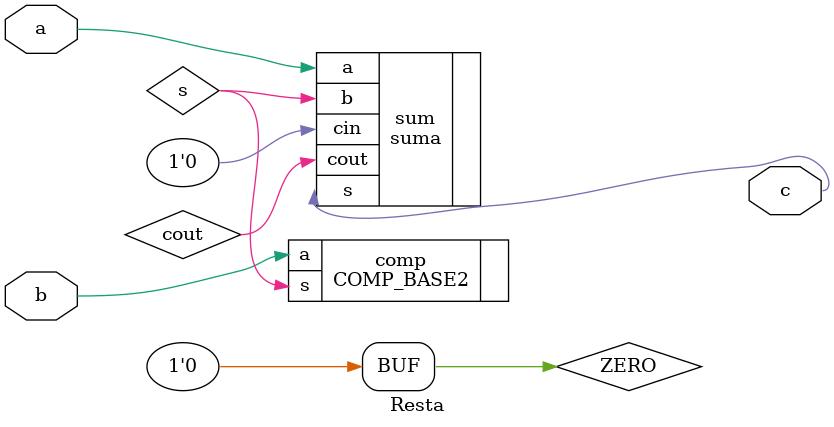
<source format=sv>
module Resta#(parameter N = 1)
(input logic [N-1:0] a,b,
output logic [N-1:0] c);

logic cout;
logic ZERO = 0;
logic [N-1:0] s;
COMP_BASE2 #(.N(N)) comp(.a(b),.s(s));
suma #(.N(N)) sum(.a(a),.b(s),.cin(ZERO),.s(c),.cout(cout));
endmodule 
</source>
